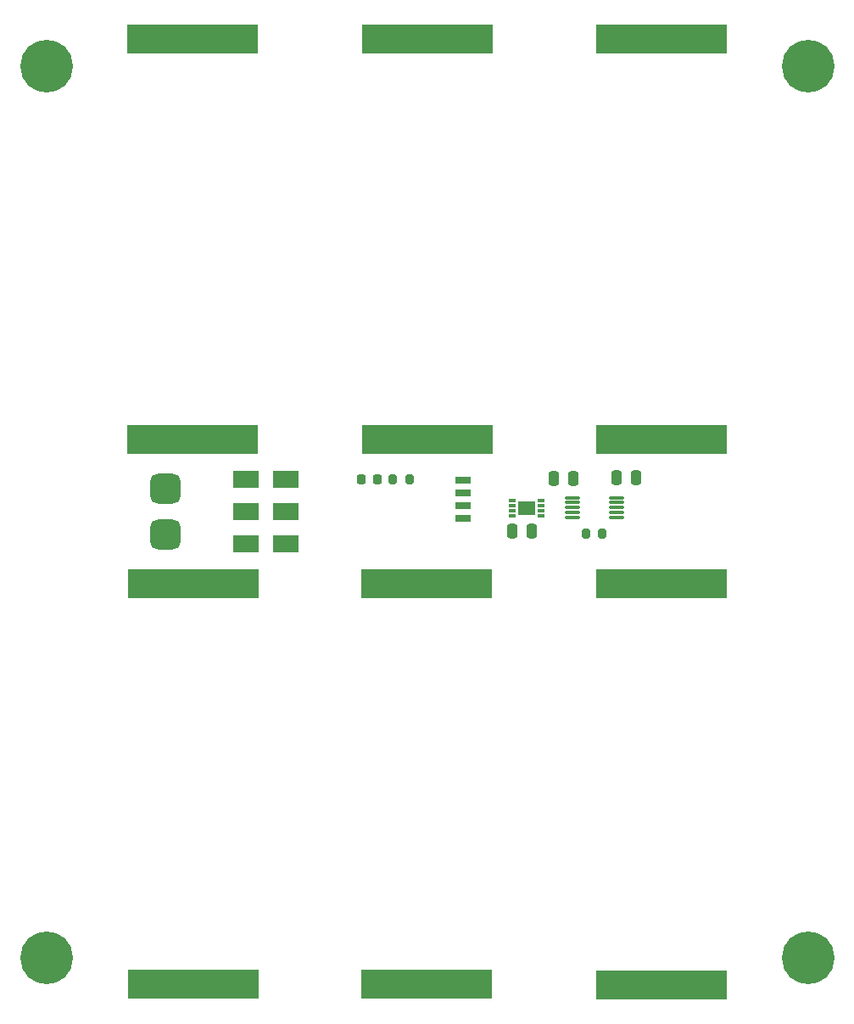
<source format=gbr>
%TF.GenerationSoftware,KiCad,Pcbnew,(6.0.7)*%
%TF.CreationDate,2023-03-28T19:52:52-07:00*%
%TF.ProjectId,solar-panel-NoCutout,736f6c61-722d-4706-916e-656c2d4e6f43,3.0*%
%TF.SameCoordinates,Original*%
%TF.FileFunction,Soldermask,Top*%
%TF.FilePolarity,Negative*%
%FSLAX46Y46*%
G04 Gerber Fmt 4.6, Leading zero omitted, Abs format (unit mm)*
G04 Created by KiCad (PCBNEW (6.0.7)) date 2023-03-28 19:52:52*
%MOMM*%
%LPD*%
G01*
G04 APERTURE LIST*
G04 Aperture macros list*
%AMRoundRect*
0 Rectangle with rounded corners*
0 $1 Rounding radius*
0 $2 $3 $4 $5 $6 $7 $8 $9 X,Y pos of 4 corners*
0 Add a 4 corners polygon primitive as box body*
4,1,4,$2,$3,$4,$5,$6,$7,$8,$9,$2,$3,0*
0 Add four circle primitives for the rounded corners*
1,1,$1+$1,$2,$3*
1,1,$1+$1,$4,$5*
1,1,$1+$1,$6,$7*
1,1,$1+$1,$8,$9*
0 Add four rect primitives between the rounded corners*
20,1,$1+$1,$2,$3,$4,$5,0*
20,1,$1+$1,$4,$5,$6,$7,0*
20,1,$1+$1,$6,$7,$8,$9,0*
20,1,$1+$1,$8,$9,$2,$3,0*%
G04 Aperture macros list end*
%ADD10R,13.000000X3.000000*%
%ADD11C,5.250000*%
%ADD12R,0.750000X0.300000*%
%ADD13R,1.750000X1.450000*%
%ADD14RoundRect,0.750000X0.750000X-0.750000X0.750000X0.750000X-0.750000X0.750000X-0.750000X-0.750000X0*%
%ADD15R,2.500000X1.700000*%
%ADD16RoundRect,0.250000X-0.250000X-0.475000X0.250000X-0.475000X0.250000X0.475000X-0.250000X0.475000X0*%
%ADD17RoundRect,0.250000X0.250000X0.475000X-0.250000X0.475000X-0.250000X-0.475000X0.250000X-0.475000X0*%
%ADD18R,1.600000X0.700000*%
%ADD19RoundRect,0.200000X0.200000X0.275000X-0.200000X0.275000X-0.200000X-0.275000X0.200000X-0.275000X0*%
%ADD20RoundRect,0.218750X-0.218750X-0.256250X0.218750X-0.256250X0.218750X0.256250X-0.218750X0.256250X0*%
%ADD21RoundRect,0.075000X-0.650000X-0.075000X0.650000X-0.075000X0.650000X0.075000X-0.650000X0.075000X0*%
G04 APERTURE END LIST*
D10*
%TO.C,SC1*%
X121090000Y-67570000D03*
X121090000Y-107570000D03*
%TD*%
D11*
%TO.C,J2*%
X106500000Y-70300000D03*
%TD*%
%TO.C,J3*%
X106500000Y-159300000D03*
%TD*%
%TO.C,J4*%
X182500000Y-70300000D03*
%TD*%
%TO.C,J5*%
X182500000Y-159300000D03*
%TD*%
D12*
%TO.C,U2*%
X155900000Y-115170000D03*
X155900000Y-114670000D03*
X155900000Y-114170000D03*
X155900000Y-113670000D03*
X153000000Y-113670000D03*
X153000000Y-114170000D03*
X153000000Y-114670000D03*
X153000000Y-115170000D03*
D13*
X154450000Y-114420000D03*
%TD*%
D10*
%TO.C,SC5*%
X167860000Y-67570000D03*
X167860000Y-107570000D03*
%TD*%
D14*
%TO.C,TP1*%
X118370000Y-112450000D03*
%TD*%
D15*
%TO.C,D3*%
X126400000Y-118000000D03*
X130400000Y-118000000D03*
%TD*%
D14*
%TO.C,TP2*%
X118360000Y-117050000D03*
%TD*%
D15*
%TO.C,D1*%
X126360000Y-111540000D03*
X130360000Y-111540000D03*
%TD*%
D10*
%TO.C,SC3*%
X144490000Y-67570000D03*
X144490000Y-107570000D03*
%TD*%
%TO.C,SC4*%
X144450000Y-121940000D03*
X144450000Y-161940000D03*
%TD*%
%TO.C,SC2*%
X121120000Y-121920000D03*
X121120000Y-161920000D03*
%TD*%
D15*
%TO.C,D2*%
X126360000Y-114750000D03*
X130360000Y-114750000D03*
%TD*%
D10*
%TO.C,SC6*%
X167850000Y-161950000D03*
X167850000Y-121950000D03*
%TD*%
D16*
%TO.C,C2*%
X153010000Y-116690000D03*
X154910000Y-116690000D03*
%TD*%
D17*
%TO.C,C5*%
X159050000Y-111450000D03*
X157150000Y-111450000D03*
%TD*%
D18*
%TO.C,U1*%
X148075000Y-115430000D03*
X148075000Y-114160000D03*
X148075000Y-112890000D03*
X148075000Y-111620000D03*
%TD*%
D19*
%TO.C,R3*%
X161990000Y-116970000D03*
X160340000Y-116970000D03*
%TD*%
D16*
%TO.C,C3*%
X163410000Y-111380000D03*
X165310000Y-111380000D03*
%TD*%
D20*
%TO.C,D4*%
X137912500Y-111525000D03*
X139487500Y-111525000D03*
%TD*%
D19*
%TO.C,R1*%
X142725000Y-111550000D03*
X141075000Y-111550000D03*
%TD*%
D21*
%TO.C,U3*%
X158980000Y-113350000D03*
X158980000Y-113850000D03*
X158980000Y-114350000D03*
X158980000Y-114850000D03*
X158980000Y-115350000D03*
X163380000Y-115350000D03*
X163380000Y-114850000D03*
X163380000Y-114350000D03*
X163380000Y-113850000D03*
X163380000Y-113350000D03*
%TD*%
M02*

</source>
